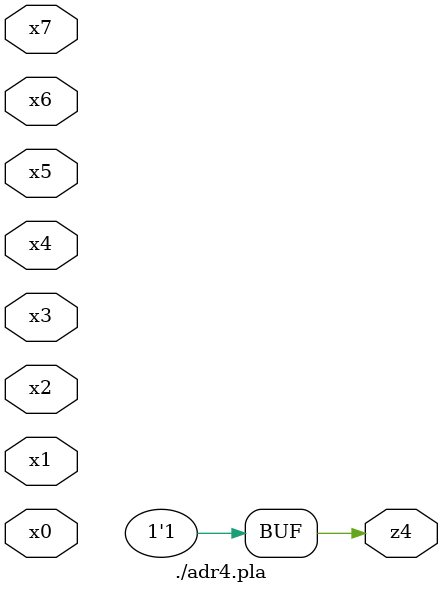
<source format=v>

module \./adr4.pla  ( 
    x0, x1, x2, x3, x4, x5, x6, x7,
    z4  );
  input  x0, x1, x2, x3, x4, x5, x6, x7;
  output z4;
  assign z4 = 1'b1;
endmodule



</source>
